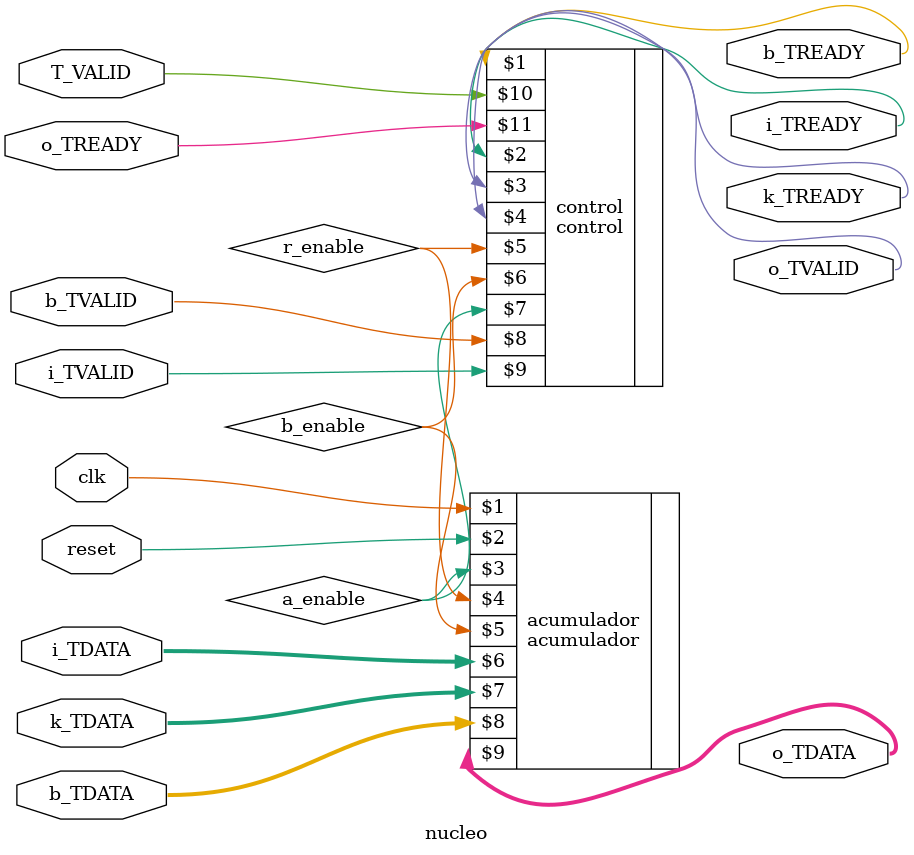
<source format=v>
`timescale 1ns / 1ps


module nucleo(
    output wire b_TREADY,i_TREADY,k_TREADY,o_TVALID,
    input b_TVALID, i_TVALID, T_VALID,o_TREADY,clk,reset,
    input [7:0]i_TDATA,
    input [7:0]k_TDATA,
    input [7:0]b_TDATA,
    output[7:0]o_TDATA

    );
    wire r_enable,b_enable,a_enable;
    
    control control(
   b_TREADY,i_TREADY,k_TREADY,o_TVALID, r_enable,b_enable,a_enable,
     b_TVALID, i_TVALID, T_VALID,o_TREADY
    );
    
    acumulador acumulador(
    clk,
    reset,
    a_enable,r_enable,b_enable,
    i_TDATA,
    k_TDATA,
    b_TDATA,
    o_TDATA
);
    
endmodule

</source>
